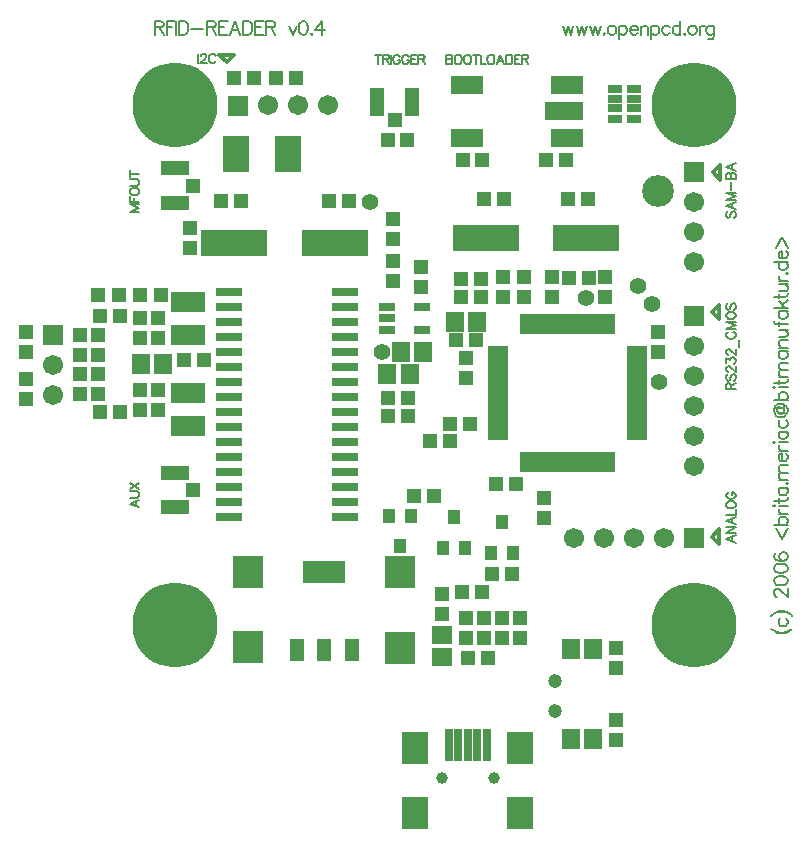
<source format=gbr>
%FSLAX23Y23*%
%MOIN*%
G70*
G01*
G75*
G04 Layer_Color=8388736*
G04 Layer_Color=8388736*
%ADD10C,0.089*%
%ADD11R,0.031X0.039*%
%ADD12R,0.012X0.059*%
%ADD13R,0.059X0.012*%
%ADD14R,0.043X0.039*%
%ADD15R,0.039X0.043*%
%ADD16R,0.087X0.043*%
%ADD17R,0.039X0.039*%
%ADD18R,0.043X0.087*%
%ADD19C,0.047*%
%ADD20R,0.079X0.098*%
%ADD21R,0.098X0.055*%
%ADD22R,0.118X0.055*%
%ADD23R,0.020X0.098*%
%ADD24R,0.039X0.024*%
%ADD25R,0.039X0.020*%
%ADD26R,0.051X0.059*%
%ADD27R,0.094X0.102*%
%ADD28R,0.079X0.020*%
%ADD29R,0.217X0.079*%
%ADD30R,0.059X0.051*%
%ADD31R,0.134X0.069*%
%ADD32R,0.041X0.069*%
%ADD33R,0.041X0.069*%
%ADD34R,0.047X0.024*%
%ADD35R,0.106X0.063*%
%ADD36R,0.079X0.114*%
%ADD37C,0.020*%
%ADD38C,0.012*%
%ADD39C,0.039*%
%ADD40C,0.008*%
%ADD41R,2.402X0.089*%
%ADD42R,0.089X2.411*%
%ADD43R,0.089X1.191*%
%ADD44C,0.098*%
%ADD45R,0.059X0.059*%
%ADD46C,0.059*%
%ADD47C,0.031*%
%ADD48C,0.039*%
%ADD49C,0.276*%
%ADD50C,0.035*%
%ADD51R,0.039X0.098*%
%ADD52C,0.010*%
%ADD53C,0.010*%
%ADD54R,0.039X0.047*%
%ADD55R,0.020X0.067*%
%ADD56R,0.067X0.020*%
%ADD57R,0.051X0.047*%
%ADD58R,0.047X0.051*%
%ADD59R,0.094X0.051*%
%ADD60R,0.047X0.047*%
%ADD61R,0.051X0.094*%
%ADD62C,0.055*%
%ADD63R,0.087X0.106*%
%ADD64R,0.126X0.063*%
%ADD65R,0.028X0.106*%
%ADD66R,0.047X0.031*%
%ADD67R,0.047X0.028*%
%ADD68R,0.059X0.067*%
%ADD69R,0.102X0.110*%
%ADD70R,0.087X0.028*%
%ADD71R,0.224X0.087*%
%ADD72R,0.067X0.059*%
%ADD73R,0.142X0.077*%
%ADD74R,0.049X0.077*%
%ADD75R,0.049X0.077*%
%ADD76R,0.055X0.031*%
%ADD77R,0.114X0.071*%
%ADD78R,0.087X0.122*%
%ADD79C,0.106*%
%ADD80R,0.067X0.067*%
%ADD81C,0.067*%
%ADD82C,0.283*%
D19*
X1977Y423D02*
D03*
Y523D02*
D03*
D35*
X1685Y2510D02*
D03*
X2016D02*
D03*
X1685Y2333D02*
D03*
X2016D02*
D03*
D38*
X2504Y2218D02*
X2528Y2241D01*
X2504Y2218D02*
X2528Y2194D01*
Y2241D01*
X858Y2608D02*
X906D01*
X882Y2585D02*
X906Y2608D01*
X858D02*
X882Y2585D01*
X2524Y980D02*
Y1028D01*
X2500Y1004D02*
X2524Y980D01*
X2500Y1004D02*
X2524Y1028D01*
Y1728D02*
Y1776D01*
X2500Y1752D02*
X2524Y1728D01*
X2500Y1752D02*
X2524Y1776D01*
D40*
X788Y2613D02*
Y2582D01*
X796Y2606D02*
Y2607D01*
X798Y2610D01*
X799Y2612D01*
X802Y2613D01*
X808D01*
X811Y2612D01*
X813Y2610D01*
X814Y2607D01*
Y2604D01*
X813Y2601D01*
X810Y2597D01*
X795Y2582D01*
X816D01*
X846Y2606D02*
X844Y2609D01*
X841Y2612D01*
X838Y2613D01*
X832D01*
X829Y2612D01*
X826Y2609D01*
X825Y2606D01*
X823Y2601D01*
Y2594D01*
X825Y2589D01*
X826Y2586D01*
X829Y2583D01*
X832Y2582D01*
X838D01*
X841Y2583D01*
X844Y2586D01*
X846Y2589D01*
X1614Y2610D02*
Y2579D01*
Y2610D02*
X1628D01*
X1632Y2609D01*
X1634Y2607D01*
X1635Y2604D01*
Y2601D01*
X1634Y2598D01*
X1632Y2597D01*
X1628Y2595D01*
X1614D02*
X1628D01*
X1632Y2594D01*
X1634Y2592D01*
X1635Y2589D01*
Y2585D01*
X1634Y2582D01*
X1632Y2580D01*
X1628Y2579D01*
X1614D01*
X1651Y2610D02*
X1648Y2609D01*
X1645Y2606D01*
X1644Y2603D01*
X1642Y2598D01*
Y2591D01*
X1644Y2586D01*
X1645Y2583D01*
X1648Y2580D01*
X1651Y2579D01*
X1657D01*
X1660Y2580D01*
X1663Y2583D01*
X1665Y2586D01*
X1666Y2591D01*
Y2598D01*
X1665Y2603D01*
X1663Y2606D01*
X1660Y2609D01*
X1657Y2610D01*
X1651D01*
X1683D02*
X1680Y2609D01*
X1677Y2606D01*
X1675Y2603D01*
X1674Y2598D01*
Y2591D01*
X1675Y2586D01*
X1677Y2583D01*
X1680Y2580D01*
X1683Y2579D01*
X1689D01*
X1692Y2580D01*
X1695Y2583D01*
X1696Y2586D01*
X1698Y2591D01*
Y2598D01*
X1696Y2603D01*
X1695Y2606D01*
X1692Y2609D01*
X1689Y2610D01*
X1683D01*
X1715D02*
Y2579D01*
X1705Y2610D02*
X1726D01*
X1730D02*
Y2579D01*
X1748D01*
X1760Y2610D02*
X1757Y2609D01*
X1754Y2606D01*
X1753Y2603D01*
X1751Y2598D01*
Y2591D01*
X1753Y2586D01*
X1754Y2583D01*
X1757Y2580D01*
X1760Y2579D01*
X1766D01*
X1769Y2580D01*
X1772Y2583D01*
X1774Y2586D01*
X1775Y2591D01*
Y2598D01*
X1774Y2603D01*
X1772Y2606D01*
X1769Y2609D01*
X1766Y2610D01*
X1760D01*
X1806Y2579D02*
X1794Y2610D01*
X1782Y2579D01*
X1787Y2589D02*
X1802D01*
X1814Y2610D02*
Y2579D01*
Y2610D02*
X1824D01*
X1829Y2609D01*
X1832Y2606D01*
X1833Y2603D01*
X1835Y2598D01*
Y2591D01*
X1833Y2586D01*
X1832Y2583D01*
X1829Y2580D01*
X1824Y2579D01*
X1814D01*
X1861Y2610D02*
X1842D01*
Y2579D01*
X1861D01*
X1842Y2595D02*
X1854D01*
X1867Y2610D02*
Y2579D01*
Y2610D02*
X1880D01*
X1885Y2609D01*
X1886Y2607D01*
X1888Y2604D01*
Y2601D01*
X1886Y2598D01*
X1885Y2597D01*
X1880Y2595D01*
X1867D01*
X1877D02*
X1888Y2579D01*
X591Y1126D02*
X559Y1114D01*
X591Y1102D01*
X580Y1107D02*
Y1122D01*
X559Y1134D02*
X582D01*
X586Y1135D01*
X589Y1138D01*
X591Y1143D01*
Y1146D01*
X589Y1150D01*
X586Y1153D01*
X582Y1155D01*
X559D01*
Y1163D02*
X591Y1184D01*
X559D02*
X591Y1163D01*
X559Y2087D02*
X591D01*
X559D02*
X591Y2099D01*
X559Y2111D02*
X591Y2099D01*
X559Y2111D02*
X591D01*
X559Y2120D02*
X591D01*
X559D02*
Y2139D01*
X574Y2120D02*
Y2132D01*
X559Y2152D02*
X561Y2149D01*
X564Y2146D01*
X567Y2144D01*
X571Y2143D01*
X579D01*
X583Y2144D01*
X586Y2146D01*
X589Y2149D01*
X591Y2152D01*
Y2158D01*
X589Y2161D01*
X586Y2164D01*
X583Y2165D01*
X579Y2167D01*
X571D01*
X567Y2165D01*
X564Y2164D01*
X561Y2161D01*
X559Y2158D01*
Y2152D01*
Y2174D02*
X582D01*
X586Y2176D01*
X589Y2179D01*
X591Y2183D01*
Y2186D01*
X589Y2191D01*
X586Y2194D01*
X582Y2195D01*
X559D01*
Y2214D02*
X591D01*
X559Y2204D02*
Y2225D01*
X2552Y2088D02*
X2549Y2085D01*
X2547Y2080D01*
Y2074D01*
X2549Y2070D01*
X2552Y2067D01*
X2555D01*
X2558Y2068D01*
X2559Y2070D01*
X2561Y2073D01*
X2564Y2082D01*
X2565Y2085D01*
X2567Y2086D01*
X2570Y2088D01*
X2574D01*
X2577Y2085D01*
X2579Y2080D01*
Y2074D01*
X2577Y2070D01*
X2574Y2067D01*
X2579Y2119D02*
X2547Y2107D01*
X2579Y2095D01*
X2568Y2099D02*
Y2114D01*
X2547Y2126D02*
X2579D01*
X2547D02*
X2579Y2138D01*
X2547Y2150D02*
X2579Y2138D01*
X2547Y2150D02*
X2579D01*
X2565Y2159D02*
Y2186D01*
X2547Y2196D02*
X2579D01*
X2547D02*
Y2209D01*
X2549Y2214D01*
X2550Y2215D01*
X2553Y2217D01*
X2556D01*
X2559Y2215D01*
X2561Y2214D01*
X2562Y2209D01*
Y2196D02*
Y2209D01*
X2564Y2214D01*
X2565Y2215D01*
X2568Y2217D01*
X2573D01*
X2576Y2215D01*
X2577Y2214D01*
X2579Y2209D01*
Y2196D01*
Y2248D02*
X2547Y2236D01*
X2579Y2224D01*
X2568Y2228D02*
Y2243D01*
X1388Y2610D02*
Y2579D01*
X1378Y2610D02*
X1399D01*
X1403D02*
Y2579D01*
Y2610D02*
X1416D01*
X1421Y2609D01*
X1422Y2607D01*
X1424Y2604D01*
Y2601D01*
X1422Y2598D01*
X1421Y2597D01*
X1416Y2595D01*
X1403D01*
X1413D02*
X1424Y2579D01*
X1431Y2610D02*
Y2579D01*
X1460Y2603D02*
X1458Y2606D01*
X1455Y2609D01*
X1452Y2610D01*
X1446D01*
X1443Y2609D01*
X1440Y2606D01*
X1439Y2603D01*
X1437Y2598D01*
Y2591D01*
X1439Y2586D01*
X1440Y2583D01*
X1443Y2580D01*
X1446Y2579D01*
X1452D01*
X1455Y2580D01*
X1458Y2583D01*
X1460Y2586D01*
Y2591D01*
X1452D02*
X1460D01*
X1490Y2603D02*
X1488Y2606D01*
X1485Y2609D01*
X1482Y2610D01*
X1476D01*
X1473Y2609D01*
X1470Y2606D01*
X1469Y2603D01*
X1467Y2598D01*
Y2591D01*
X1469Y2586D01*
X1470Y2583D01*
X1473Y2580D01*
X1476Y2579D01*
X1482D01*
X1485Y2580D01*
X1488Y2583D01*
X1490Y2586D01*
Y2591D01*
X1482D02*
X1490D01*
X1516Y2610D02*
X1497D01*
Y2579D01*
X1516D01*
X1497Y2595D02*
X1509D01*
X1521Y2610D02*
Y2579D01*
Y2610D02*
X1535D01*
X1539Y2609D01*
X1541Y2607D01*
X1542Y2604D01*
Y2601D01*
X1541Y2598D01*
X1539Y2597D01*
X1535Y2595D01*
X1521D01*
X1532D02*
X1542Y2579D01*
X2547Y1496D02*
X2579D01*
X2547D02*
Y1510D01*
X2549Y1514D01*
X2550Y1516D01*
X2553Y1517D01*
X2556D01*
X2559Y1516D01*
X2561Y1514D01*
X2562Y1510D01*
Y1496D01*
Y1507D02*
X2579Y1517D01*
X2552Y1545D02*
X2549Y1542D01*
X2547Y1538D01*
Y1532D01*
X2549Y1527D01*
X2552Y1524D01*
X2555D01*
X2558Y1526D01*
X2559Y1527D01*
X2561Y1530D01*
X2564Y1539D01*
X2565Y1542D01*
X2567Y1544D01*
X2570Y1545D01*
X2574D01*
X2577Y1542D01*
X2579Y1538D01*
Y1532D01*
X2577Y1527D01*
X2574Y1524D01*
X2555Y1554D02*
X2553D01*
X2550Y1555D01*
X2549Y1557D01*
X2547Y1560D01*
Y1566D01*
X2549Y1569D01*
X2550Y1570D01*
X2553Y1572D01*
X2556D01*
X2559Y1570D01*
X2564Y1567D01*
X2579Y1552D01*
Y1573D01*
X2547Y1583D02*
Y1600D01*
X2559Y1591D01*
Y1595D01*
X2561Y1598D01*
X2562Y1600D01*
X2567Y1601D01*
X2570D01*
X2574Y1600D01*
X2577Y1597D01*
X2579Y1592D01*
Y1588D01*
X2577Y1583D01*
X2576Y1582D01*
X2573Y1580D01*
X2555Y1610D02*
X2553D01*
X2550Y1611D01*
X2549Y1613D01*
X2547Y1616D01*
Y1622D01*
X2549Y1625D01*
X2550Y1626D01*
X2553Y1628D01*
X2556D01*
X2559Y1626D01*
X2564Y1623D01*
X2579Y1608D01*
Y1629D01*
X2589Y1636D02*
Y1660D01*
X2555Y1687D02*
X2552Y1685D01*
X2549Y1682D01*
X2547Y1679D01*
Y1673D01*
X2549Y1670D01*
X2552Y1667D01*
X2555Y1666D01*
X2559Y1664D01*
X2567D01*
X2571Y1666D01*
X2574Y1667D01*
X2577Y1670D01*
X2579Y1673D01*
Y1679D01*
X2577Y1682D01*
X2574Y1685D01*
X2571Y1687D01*
X2547Y1696D02*
X2579D01*
X2547D02*
X2579Y1708D01*
X2547Y1720D02*
X2579Y1708D01*
X2547Y1720D02*
X2579D01*
X2547Y1738D02*
X2549Y1735D01*
X2552Y1732D01*
X2555Y1730D01*
X2559Y1729D01*
X2567D01*
X2571Y1730D01*
X2574Y1732D01*
X2577Y1735D01*
X2579Y1738D01*
Y1744D01*
X2577Y1747D01*
X2574Y1750D01*
X2571Y1751D01*
X2567Y1753D01*
X2559D01*
X2555Y1751D01*
X2552Y1750D01*
X2549Y1747D01*
X2547Y1744D01*
Y1738D01*
X2552Y1781D02*
X2549Y1778D01*
X2547Y1773D01*
Y1767D01*
X2549Y1763D01*
X2552Y1760D01*
X2555D01*
X2558Y1761D01*
X2559Y1763D01*
X2561Y1766D01*
X2564Y1775D01*
X2565Y1778D01*
X2567Y1779D01*
X2570Y1781D01*
X2574D01*
X2577Y1778D01*
X2579Y1773D01*
Y1767D01*
X2577Y1763D01*
X2574Y1760D01*
X2579Y1008D02*
X2547Y996D01*
X2579Y984D01*
X2568Y989D02*
Y1004D01*
X2547Y1016D02*
X2579D01*
X2547D02*
X2579Y1037D01*
X2547D02*
X2579D01*
Y1069D02*
X2547Y1057D01*
X2579Y1045D01*
X2568Y1050D02*
Y1065D01*
X2547Y1077D02*
X2579D01*
Y1095D01*
X2547Y1107D02*
X2549Y1104D01*
X2552Y1101D01*
X2555Y1100D01*
X2559Y1098D01*
X2567D01*
X2571Y1100D01*
X2574Y1101D01*
X2577Y1104D01*
X2579Y1107D01*
Y1113D01*
X2577Y1116D01*
X2574Y1119D01*
X2571Y1121D01*
X2567Y1122D01*
X2559D01*
X2555Y1121D01*
X2552Y1119D01*
X2549Y1116D01*
X2547Y1113D01*
Y1107D01*
X2555Y1152D02*
X2552Y1150D01*
X2549Y1147D01*
X2547Y1144D01*
Y1138D01*
X2549Y1135D01*
X2552Y1132D01*
X2555Y1131D01*
X2559Y1129D01*
X2567D01*
X2571Y1131D01*
X2574Y1132D01*
X2577Y1135D01*
X2579Y1138D01*
Y1144D01*
X2577Y1147D01*
X2574Y1150D01*
X2571Y1152D01*
X2567D01*
Y1144D02*
Y1152D01*
X2698Y696D02*
X2702Y692D01*
X2709Y688D01*
X2717Y683D01*
X2728Y681D01*
X2737D01*
X2748Y683D01*
X2756Y688D01*
X2763Y692D01*
X2767Y696D01*
X2702Y692D02*
X2711Y688D01*
X2717Y685D01*
X2728Y683D01*
X2737D01*
X2748Y685D01*
X2754Y688D01*
X2763Y692D01*
X2728Y731D02*
X2724Y726D01*
X2722Y722D01*
Y716D01*
X2724Y711D01*
X2728Y707D01*
X2735Y705D01*
X2739D01*
X2746Y707D01*
X2750Y711D01*
X2752Y716D01*
Y722D01*
X2750Y726D01*
X2746Y731D01*
X2698Y740D02*
X2702Y745D01*
X2709Y749D01*
X2717Y753D01*
X2728Y755D01*
X2737D01*
X2748Y753D01*
X2756Y749D01*
X2763Y745D01*
X2767Y740D01*
X2702Y745D02*
X2711Y749D01*
X2717Y751D01*
X2728Y753D01*
X2737D01*
X2748Y751D01*
X2754Y749D01*
X2763Y745D01*
X2717Y804D02*
X2715D01*
X2711Y806D01*
X2709Y808D01*
X2707Y813D01*
Y821D01*
X2709Y826D01*
X2711Y828D01*
X2715Y830D01*
X2720D01*
X2724Y828D01*
X2730Y824D01*
X2752Y802D01*
Y832D01*
X2707Y855D02*
X2709Y849D01*
X2715Y844D01*
X2726Y842D01*
X2733D01*
X2743Y844D01*
X2750Y849D01*
X2752Y855D01*
Y860D01*
X2750Y866D01*
X2743Y870D01*
X2733Y873D01*
X2726D01*
X2715Y870D01*
X2709Y866D01*
X2707Y860D01*
Y855D01*
Y896D02*
X2709Y889D01*
X2715Y885D01*
X2726Y883D01*
X2733D01*
X2743Y885D01*
X2750Y889D01*
X2752Y896D01*
Y900D01*
X2750Y906D01*
X2743Y911D01*
X2733Y913D01*
X2726D01*
X2715Y911D01*
X2709Y906D01*
X2707Y900D01*
Y896D01*
X2713Y949D02*
X2709Y947D01*
X2707Y940D01*
Y936D01*
X2709Y929D01*
X2715Y925D01*
X2726Y923D01*
X2737D01*
X2746Y925D01*
X2750Y929D01*
X2752Y936D01*
Y938D01*
X2750Y945D01*
X2746Y949D01*
X2739Y951D01*
X2737D01*
X2730Y949D01*
X2726Y945D01*
X2724Y938D01*
Y936D01*
X2726Y929D01*
X2730Y925D01*
X2737Y923D01*
X2713Y1031D02*
X2733Y996D01*
X2752Y1031D01*
X2707Y1044D02*
X2752D01*
X2728D02*
X2724Y1048D01*
X2722Y1052D01*
Y1059D01*
X2724Y1063D01*
X2728Y1068D01*
X2735Y1070D01*
X2739D01*
X2746Y1068D01*
X2750Y1063D01*
X2752Y1059D01*
Y1052D01*
X2750Y1048D01*
X2746Y1044D01*
X2722Y1079D02*
X2752D01*
X2735D02*
X2728Y1082D01*
X2724Y1086D01*
X2722Y1090D01*
Y1097D01*
X2707Y1105D02*
X2709Y1107D01*
X2707Y1109D01*
X2705Y1107D01*
X2707Y1105D01*
X2722Y1107D02*
X2752D01*
X2707Y1124D02*
X2743D01*
X2750Y1126D01*
X2752Y1130D01*
Y1135D01*
X2722Y1117D02*
Y1132D01*
Y1167D02*
X2752D01*
X2728D02*
X2724Y1163D01*
X2722Y1158D01*
Y1152D01*
X2724Y1148D01*
X2728Y1143D01*
X2735Y1141D01*
X2739D01*
X2746Y1143D01*
X2750Y1148D01*
X2752Y1152D01*
Y1158D01*
X2750Y1163D01*
X2746Y1167D01*
X2748Y1181D02*
X2750Y1179D01*
X2752Y1181D01*
X2750Y1183D01*
X2748Y1181D01*
X2722Y1193D02*
X2752D01*
X2730D02*
X2724Y1200D01*
X2722Y1204D01*
Y1210D01*
X2724Y1215D01*
X2730Y1217D01*
X2752D01*
X2730D02*
X2724Y1223D01*
X2722Y1228D01*
Y1234D01*
X2724Y1239D01*
X2730Y1241D01*
X2752D01*
X2735Y1255D02*
Y1281D01*
X2730D01*
X2726Y1279D01*
X2724Y1276D01*
X2722Y1272D01*
Y1266D01*
X2724Y1261D01*
X2728Y1257D01*
X2735Y1255D01*
X2739D01*
X2746Y1257D01*
X2750Y1261D01*
X2752Y1266D01*
Y1272D01*
X2750Y1276D01*
X2746Y1281D01*
X2722Y1290D02*
X2752D01*
X2735D02*
X2728Y1293D01*
X2724Y1297D01*
X2722Y1301D01*
Y1308D01*
X2707Y1316D02*
X2709Y1318D01*
X2707Y1320D01*
X2705Y1318D01*
X2707Y1316D01*
X2722Y1318D02*
X2752D01*
X2722Y1354D02*
X2752D01*
X2728D02*
X2724Y1350D01*
X2722Y1346D01*
Y1339D01*
X2724Y1335D01*
X2728Y1331D01*
X2735Y1328D01*
X2739D01*
X2746Y1331D01*
X2750Y1335D01*
X2752Y1339D01*
Y1346D01*
X2750Y1350D01*
X2746Y1354D01*
X2728Y1392D02*
X2724Y1388D01*
X2722Y1384D01*
Y1377D01*
X2724Y1373D01*
X2728Y1368D01*
X2735Y1366D01*
X2739D01*
X2746Y1368D01*
X2750Y1373D01*
X2752Y1377D01*
Y1384D01*
X2750Y1388D01*
X2746Y1392D01*
X2724Y1434D02*
X2720Y1432D01*
X2717Y1428D01*
Y1421D01*
X2720Y1417D01*
X2722Y1415D01*
X2728Y1413D01*
X2735D01*
X2739Y1415D01*
X2741Y1419D01*
Y1426D01*
X2739Y1430D01*
X2735Y1432D01*
X2717Y1421D02*
X2722Y1417D01*
X2728Y1415D01*
X2735D01*
X2739Y1417D01*
X2741Y1419D01*
X2717Y1434D02*
X2735Y1432D01*
X2739D01*
X2741Y1436D01*
Y1441D01*
X2737Y1445D01*
X2730Y1447D01*
X2726D01*
X2720Y1445D01*
X2715Y1443D01*
X2711Y1439D01*
X2709Y1434D01*
X2707Y1428D01*
Y1421D01*
X2709Y1415D01*
X2711Y1411D01*
X2715Y1406D01*
X2720Y1404D01*
X2726Y1402D01*
X2733D01*
X2739Y1404D01*
X2743Y1406D01*
X2748Y1411D01*
X2750Y1415D01*
X2752Y1421D01*
Y1428D01*
X2750Y1434D01*
X2748Y1439D01*
X2746Y1441D01*
X2717Y1436D02*
X2735Y1434D01*
X2739D01*
X2741Y1436D01*
X2707Y1459D02*
X2752D01*
X2728D02*
X2724Y1463D01*
X2722Y1467D01*
Y1474D01*
X2724Y1478D01*
X2728Y1483D01*
X2735Y1485D01*
X2739D01*
X2746Y1483D01*
X2750Y1478D01*
X2752Y1474D01*
Y1467D01*
X2750Y1463D01*
X2746Y1459D01*
X2707Y1499D02*
X2709Y1501D01*
X2707Y1503D01*
X2705Y1501D01*
X2707Y1499D01*
X2722Y1501D02*
X2752D01*
X2707Y1517D02*
X2743D01*
X2750Y1520D01*
X2752Y1524D01*
Y1528D01*
X2722Y1511D02*
Y1526D01*
Y1535D02*
X2752D01*
X2730D02*
X2724Y1541D01*
X2722Y1545D01*
Y1552D01*
X2724Y1556D01*
X2730Y1558D01*
X2752D01*
X2730D02*
X2724Y1565D01*
X2722Y1569D01*
Y1576D01*
X2724Y1580D01*
X2730Y1582D01*
X2752D01*
X2722Y1622D02*
X2752D01*
X2728D02*
X2724Y1618D01*
X2722Y1614D01*
Y1607D01*
X2724Y1603D01*
X2728Y1598D01*
X2735Y1596D01*
X2739D01*
X2746Y1598D01*
X2750Y1603D01*
X2752Y1607D01*
Y1614D01*
X2750Y1618D01*
X2746Y1622D01*
X2722Y1634D02*
X2752D01*
X2730D02*
X2724Y1641D01*
X2722Y1645D01*
Y1652D01*
X2724Y1656D01*
X2730Y1658D01*
X2752D01*
X2722Y1670D02*
X2743D01*
X2750Y1672D01*
X2752Y1676D01*
Y1683D01*
X2750Y1687D01*
X2743Y1694D01*
X2722D02*
X2752D01*
X2707Y1723D02*
Y1718D01*
X2709Y1714D01*
X2715Y1712D01*
X2752D01*
X2722Y1705D02*
Y1720D01*
Y1755D02*
X2752D01*
X2728D02*
X2724Y1751D01*
X2722Y1746D01*
Y1740D01*
X2724Y1736D01*
X2728Y1731D01*
X2735Y1729D01*
X2739D01*
X2746Y1731D01*
X2750Y1736D01*
X2752Y1740D01*
Y1746D01*
X2750Y1751D01*
X2746Y1755D01*
X2707Y1767D02*
X2752D01*
X2722Y1789D02*
X2743Y1767D01*
X2735Y1776D02*
X2752Y1791D01*
X2707Y1804D02*
X2743D01*
X2750Y1806D01*
X2752Y1811D01*
Y1815D01*
X2722Y1798D02*
Y1813D01*
Y1822D02*
X2743D01*
X2750Y1824D01*
X2752Y1828D01*
Y1835D01*
X2750Y1839D01*
X2743Y1845D01*
X2722D02*
X2752D01*
X2722Y1857D02*
X2752D01*
X2735D02*
X2728Y1859D01*
X2724Y1864D01*
X2722Y1868D01*
Y1874D01*
X2748Y1881D02*
X2750Y1878D01*
X2752Y1881D01*
X2750Y1883D01*
X2748Y1881D01*
X2707Y1919D02*
X2752D01*
X2728D02*
X2724Y1914D01*
X2722Y1910D01*
Y1903D01*
X2724Y1899D01*
X2728Y1895D01*
X2735Y1893D01*
X2739D01*
X2746Y1895D01*
X2750Y1899D01*
X2752Y1903D01*
Y1910D01*
X2750Y1914D01*
X2746Y1919D01*
X2735Y1931D02*
Y1957D01*
X2730D01*
X2726Y1954D01*
X2724Y1952D01*
X2722Y1948D01*
Y1941D01*
X2724Y1937D01*
X2728Y1933D01*
X2735Y1931D01*
X2739D01*
X2746Y1933D01*
X2750Y1937D01*
X2752Y1941D01*
Y1948D01*
X2750Y1952D01*
X2746Y1957D01*
X2713Y1966D02*
X2733Y2001D01*
X2752Y1966D01*
X642Y2722D02*
Y2677D01*
Y2722D02*
X661D01*
X668Y2720D01*
X670Y2718D01*
X672Y2714D01*
Y2709D01*
X670Y2705D01*
X668Y2703D01*
X661Y2701D01*
X642D01*
X657D02*
X672Y2677D01*
X682Y2722D02*
Y2677D01*
Y2722D02*
X710D01*
X682Y2701D02*
X699D01*
X715Y2722D02*
Y2677D01*
X725Y2722D02*
Y2677D01*
Y2722D02*
X740D01*
X746Y2720D01*
X751Y2716D01*
X753Y2712D01*
X755Y2705D01*
Y2694D01*
X753Y2688D01*
X751Y2684D01*
X746Y2679D01*
X740Y2677D01*
X725D01*
X765Y2697D02*
X804D01*
X817Y2722D02*
Y2677D01*
Y2722D02*
X837D01*
X843Y2720D01*
X845Y2718D01*
X847Y2714D01*
Y2709D01*
X845Y2705D01*
X843Y2703D01*
X837Y2701D01*
X817D01*
X832D02*
X847Y2677D01*
X886Y2722D02*
X858D01*
Y2677D01*
X886D01*
X858Y2701D02*
X875D01*
X928Y2677D02*
X910Y2722D01*
X893Y2677D01*
X900Y2692D02*
X921D01*
X938Y2722D02*
Y2677D01*
Y2722D02*
X953D01*
X960Y2720D01*
X964Y2716D01*
X966Y2712D01*
X968Y2705D01*
Y2694D01*
X966Y2688D01*
X964Y2684D01*
X960Y2679D01*
X953Y2677D01*
X938D01*
X1006Y2722D02*
X978D01*
Y2677D01*
X1006D01*
X978Y2701D02*
X996D01*
X1014Y2722D02*
Y2677D01*
Y2722D02*
X1033D01*
X1040Y2720D01*
X1042Y2718D01*
X1044Y2714D01*
Y2709D01*
X1042Y2705D01*
X1040Y2703D01*
X1033Y2701D01*
X1014D01*
X1029D02*
X1044Y2677D01*
X1090Y2707D02*
X1103Y2677D01*
X1116Y2707D02*
X1103Y2677D01*
X1136Y2722D02*
X1130Y2720D01*
X1125Y2714D01*
X1123Y2703D01*
Y2697D01*
X1125Y2686D01*
X1130Y2679D01*
X1136Y2677D01*
X1140D01*
X1147Y2679D01*
X1151Y2686D01*
X1153Y2697D01*
Y2703D01*
X1151Y2714D01*
X1147Y2720D01*
X1140Y2722D01*
X1136D01*
X1166Y2681D02*
X1163Y2679D01*
X1166Y2677D01*
X1168Y2679D01*
X1166Y2681D01*
X1199Y2722D02*
X1178Y2692D01*
X1210D01*
X1199Y2722D02*
Y2677D01*
X2004Y2707D02*
X2013Y2677D01*
X2021Y2707D02*
X2013Y2677D01*
X2021Y2707D02*
X2030Y2677D01*
X2038Y2707D02*
X2030Y2677D01*
X2049Y2707D02*
X2058Y2677D01*
X2066Y2707D02*
X2058Y2677D01*
X2066Y2707D02*
X2075Y2677D01*
X2083Y2707D02*
X2075Y2677D01*
X2094Y2707D02*
X2103Y2677D01*
X2111Y2707D02*
X2103Y2677D01*
X2111Y2707D02*
X2120Y2677D01*
X2129Y2707D02*
X2120Y2677D01*
X2141Y2681D02*
X2139Y2679D01*
X2141Y2677D01*
X2143Y2679D01*
X2141Y2681D01*
X2164Y2707D02*
X2160Y2705D01*
X2155Y2701D01*
X2153Y2694D01*
Y2690D01*
X2155Y2684D01*
X2160Y2679D01*
X2164Y2677D01*
X2171D01*
X2175Y2679D01*
X2179Y2684D01*
X2181Y2690D01*
Y2694D01*
X2179Y2701D01*
X2175Y2705D01*
X2171Y2707D01*
X2164D01*
X2191D02*
Y2662D01*
Y2701D02*
X2196Y2705D01*
X2200Y2707D01*
X2206D01*
X2211Y2705D01*
X2215Y2701D01*
X2217Y2694D01*
Y2690D01*
X2215Y2684D01*
X2211Y2679D01*
X2206Y2677D01*
X2200D01*
X2196Y2679D01*
X2191Y2684D01*
X2227Y2694D02*
X2253D01*
Y2699D01*
X2251Y2703D01*
X2248Y2705D01*
X2244Y2707D01*
X2238D01*
X2233Y2705D01*
X2229Y2701D01*
X2227Y2694D01*
Y2690D01*
X2229Y2684D01*
X2233Y2679D01*
X2238Y2677D01*
X2244D01*
X2248Y2679D01*
X2253Y2684D01*
X2262Y2707D02*
Y2677D01*
Y2699D02*
X2269Y2705D01*
X2273Y2707D01*
X2280D01*
X2284Y2705D01*
X2286Y2699D01*
Y2677D01*
X2298Y2707D02*
Y2662D01*
Y2701D02*
X2302Y2705D01*
X2307Y2707D01*
X2313D01*
X2317Y2705D01*
X2322Y2701D01*
X2324Y2694D01*
Y2690D01*
X2322Y2684D01*
X2317Y2679D01*
X2313Y2677D01*
X2307D01*
X2302Y2679D01*
X2298Y2684D01*
X2359Y2701D02*
X2355Y2705D01*
X2351Y2707D01*
X2344D01*
X2340Y2705D01*
X2336Y2701D01*
X2334Y2694D01*
Y2690D01*
X2336Y2684D01*
X2340Y2679D01*
X2344Y2677D01*
X2351D01*
X2355Y2679D01*
X2359Y2684D01*
X2395Y2722D02*
Y2677D01*
Y2701D02*
X2391Y2705D01*
X2386Y2707D01*
X2380D01*
X2376Y2705D01*
X2371Y2701D01*
X2369Y2694D01*
Y2690D01*
X2371Y2684D01*
X2376Y2679D01*
X2380Y2677D01*
X2386D01*
X2391Y2679D01*
X2395Y2684D01*
X2409Y2681D02*
X2407Y2679D01*
X2409Y2677D01*
X2411Y2679D01*
X2409Y2681D01*
X2432Y2707D02*
X2428Y2705D01*
X2423Y2701D01*
X2421Y2694D01*
Y2690D01*
X2423Y2684D01*
X2428Y2679D01*
X2432Y2677D01*
X2438D01*
X2443Y2679D01*
X2447Y2684D01*
X2449Y2690D01*
Y2694D01*
X2447Y2701D01*
X2443Y2705D01*
X2438Y2707D01*
X2432D01*
X2459D02*
Y2677D01*
Y2694D02*
X2461Y2701D01*
X2466Y2705D01*
X2470Y2707D01*
X2476D01*
X2506D02*
Y2673D01*
X2504Y2666D01*
X2502Y2664D01*
X2498Y2662D01*
X2491D01*
X2487Y2664D01*
X2506Y2701D02*
X2502Y2705D01*
X2498Y2707D01*
X2491D01*
X2487Y2705D01*
X2483Y2701D01*
X2481Y2694D01*
Y2690D01*
X2483Y2684D01*
X2487Y2679D01*
X2491Y2677D01*
X2498D01*
X2502Y2679D01*
X2506Y2684D01*
D48*
X1599Y199D02*
D03*
X1772D02*
D03*
D54*
X1497Y1074D02*
D03*
X1423D02*
D03*
X1460Y972D02*
D03*
X1763Y949D02*
D03*
X1800Y1051D02*
D03*
X1837Y949D02*
D03*
X1639Y1069D02*
D03*
X1676Y967D02*
D03*
X1602D02*
D03*
D55*
X1910Y1252D02*
D03*
X1949D02*
D03*
X1871D02*
D03*
X1890D02*
D03*
X1969D02*
D03*
X2008D02*
D03*
X2067D02*
D03*
X2087D02*
D03*
X2067Y1713D02*
D03*
X2048D02*
D03*
X2028D02*
D03*
X2008D02*
D03*
X1989D02*
D03*
X1969D02*
D03*
X1949D02*
D03*
X1930D02*
D03*
X1910D02*
D03*
X1890D02*
D03*
X1871D02*
D03*
X2107D02*
D03*
X2126Y1252D02*
D03*
X2107D02*
D03*
X2028D02*
D03*
X2048D02*
D03*
X2166D02*
D03*
X2146D02*
D03*
X1989D02*
D03*
X1930D02*
D03*
X2146Y1713D02*
D03*
X2087D02*
D03*
X2166D02*
D03*
X2126D02*
D03*
D56*
X1788Y1374D02*
D03*
Y1492D02*
D03*
Y1512D02*
D03*
Y1354D02*
D03*
X2249Y1630D02*
D03*
Y1492D02*
D03*
Y1374D02*
D03*
X1788Y1335D02*
D03*
Y1473D02*
D03*
Y1453D02*
D03*
Y1532D02*
D03*
Y1551D02*
D03*
Y1571D02*
D03*
Y1591D02*
D03*
Y1610D02*
D03*
Y1414D02*
D03*
X2249Y1453D02*
D03*
Y1512D02*
D03*
Y1571D02*
D03*
Y1591D02*
D03*
X1788Y1630D02*
D03*
X2249Y1551D02*
D03*
Y1354D02*
D03*
X1788Y1433D02*
D03*
X2249D02*
D03*
Y1414D02*
D03*
X1788Y1394D02*
D03*
X2249Y1610D02*
D03*
Y1335D02*
D03*
Y1473D02*
D03*
Y1394D02*
D03*
Y1532D02*
D03*
D57*
X1767Y880D02*
D03*
X1507Y1140D02*
D03*
X1627Y1324D02*
D03*
X1573Y1140D02*
D03*
X1669Y2260D02*
D03*
X1735D02*
D03*
X973Y2531D02*
D03*
X907D02*
D03*
X1113D02*
D03*
X1047D02*
D03*
X2013Y2260D02*
D03*
X1419Y2325D02*
D03*
X1485D02*
D03*
X2022Y1866D02*
D03*
X2089D02*
D03*
X1560Y1324D02*
D03*
X1647Y1660D02*
D03*
X1663Y1804D02*
D03*
X1730D02*
D03*
X1488Y1407D02*
D03*
X1421D02*
D03*
X1730Y1864D02*
D03*
X1421Y1467D02*
D03*
X807Y1591D02*
D03*
X1289Y2121D02*
D03*
X1663Y1864D02*
D03*
X1488Y1467D02*
D03*
X740Y1591D02*
D03*
X1222Y2121D02*
D03*
X527Y1739D02*
D03*
Y1419D02*
D03*
X522Y1810D02*
D03*
X662D02*
D03*
X595D02*
D03*
X862Y2121D02*
D03*
X929D02*
D03*
X1947Y2260D02*
D03*
X1833Y880D02*
D03*
X2088Y2130D02*
D03*
X2021D02*
D03*
X1741D02*
D03*
X1808D02*
D03*
X1753Y600D02*
D03*
X1687D02*
D03*
X1733Y820D02*
D03*
X1667D02*
D03*
X1693Y1380D02*
D03*
X1627D02*
D03*
X1848Y1180D02*
D03*
X1781D02*
D03*
X455Y1810D02*
D03*
X460Y1739D02*
D03*
Y1419D02*
D03*
X1713Y1660D02*
D03*
D58*
X1680Y1533D02*
D03*
X1860Y733D02*
D03*
Y667D02*
D03*
X2180Y633D02*
D03*
Y327D02*
D03*
X653Y1425D02*
D03*
Y1492D02*
D03*
X1680Y1600D02*
D03*
X1802Y1868D02*
D03*
X1438Y1924D02*
D03*
Y1997D02*
D03*
X1802Y1801D02*
D03*
X1438Y2063D02*
D03*
X653Y1732D02*
D03*
X1438Y1857D02*
D03*
X1800Y733D02*
D03*
Y667D02*
D03*
X1680Y733D02*
D03*
Y667D02*
D03*
X1740Y733D02*
D03*
Y667D02*
D03*
X1600Y747D02*
D03*
Y813D02*
D03*
X1873Y1801D02*
D03*
Y1868D02*
D03*
X2145Y1801D02*
D03*
Y1868D02*
D03*
X1940Y1133D02*
D03*
Y1067D02*
D03*
X1966Y1801D02*
D03*
Y1868D02*
D03*
X2320Y1620D02*
D03*
Y1687D02*
D03*
X653Y1665D02*
D03*
X453Y1608D02*
D03*
Y1545D02*
D03*
Y1675D02*
D03*
Y1478D02*
D03*
X2180Y567D02*
D03*
Y393D02*
D03*
X760Y2033D02*
D03*
Y1967D02*
D03*
X215Y1463D02*
D03*
Y1530D02*
D03*
X393Y1478D02*
D03*
Y1545D02*
D03*
X593Y1425D02*
D03*
Y1492D02*
D03*
X1530Y1903D02*
D03*
Y1836D02*
D03*
X393Y1608D02*
D03*
Y1675D02*
D03*
X593Y1665D02*
D03*
Y1732D02*
D03*
X215Y1687D02*
D03*
Y1620D02*
D03*
D59*
X709Y1217D02*
D03*
Y1101D02*
D03*
Y2115D02*
D03*
Y2231D02*
D03*
D60*
X769Y1159D02*
D03*
Y2173D02*
D03*
X1443Y2393D02*
D03*
D61*
X1501Y2453D02*
D03*
X1385D02*
D03*
D62*
X2080Y1800D02*
D03*
X2300Y1780D02*
D03*
X1400Y1620D02*
D03*
X2252Y1839D02*
D03*
X1360Y2120D02*
D03*
X2323Y1520D02*
D03*
D63*
X1861Y83D02*
D03*
Y298D02*
D03*
X1510D02*
D03*
Y83D02*
D03*
D64*
X2006Y2421D02*
D03*
D65*
X1749Y309D02*
D03*
X1686D02*
D03*
X1654D02*
D03*
X1717D02*
D03*
X1623D02*
D03*
D66*
X2177Y2497D02*
D03*
Y2397D02*
D03*
X2240Y2497D02*
D03*
Y2397D02*
D03*
D67*
X2177Y2463D02*
D03*
Y2431D02*
D03*
X2240Y2463D02*
D03*
Y2431D02*
D03*
D68*
X2105Y328D02*
D03*
X2030D02*
D03*
X2105Y628D02*
D03*
X2030D02*
D03*
X1643Y1720D02*
D03*
X1417Y1547D02*
D03*
X670Y1579D02*
D03*
X596D02*
D03*
X1492Y1547D02*
D03*
X1717Y1720D02*
D03*
X1537Y1620D02*
D03*
X1463D02*
D03*
D69*
X1460Y886D02*
D03*
Y634D02*
D03*
X955Y887D02*
D03*
Y636D02*
D03*
D70*
X1276Y1568D02*
D03*
X889Y1468D02*
D03*
X1276Y1068D02*
D03*
Y1118D02*
D03*
Y1168D02*
D03*
Y1218D02*
D03*
Y1268D02*
D03*
Y1318D02*
D03*
Y1368D02*
D03*
Y1468D02*
D03*
Y1618D02*
D03*
Y1668D02*
D03*
Y1768D02*
D03*
X889Y1068D02*
D03*
Y1118D02*
D03*
Y1168D02*
D03*
Y1218D02*
D03*
Y1268D02*
D03*
Y1318D02*
D03*
Y1368D02*
D03*
Y1418D02*
D03*
Y1518D02*
D03*
Y1618D02*
D03*
Y1668D02*
D03*
Y1768D02*
D03*
Y1818D02*
D03*
X1276D02*
D03*
X889Y1568D02*
D03*
X1276Y1518D02*
D03*
Y1718D02*
D03*
Y1418D02*
D03*
X889Y1718D02*
D03*
D71*
X1243Y1981D02*
D03*
X908D02*
D03*
X2081Y2000D02*
D03*
X1747D02*
D03*
D72*
X1600Y677D02*
D03*
Y603D02*
D03*
D73*
X1208Y887D02*
D03*
D74*
X1299Y627D02*
D03*
X1208D02*
D03*
D75*
X1118Y627D02*
D03*
D76*
X1534Y1768D02*
D03*
Y1693D02*
D03*
X1416D02*
D03*
Y1731D02*
D03*
Y1768D02*
D03*
D77*
X753Y1787D02*
D03*
Y1677D02*
D03*
Y1374D02*
D03*
Y1484D02*
D03*
D78*
X914Y2280D02*
D03*
X1086D02*
D03*
D79*
X2320Y2157D02*
D03*
D80*
X920Y2440D02*
D03*
X2441Y1740D02*
D03*
X305Y1675D02*
D03*
X2441Y1000D02*
D03*
Y2220D02*
D03*
D81*
X1020Y2441D02*
D03*
X1120D02*
D03*
X1220D02*
D03*
X2441Y1540D02*
D03*
Y1240D02*
D03*
Y1340D02*
D03*
Y1440D02*
D03*
Y1640D02*
D03*
Y1920D02*
D03*
Y2020D02*
D03*
X305Y1475D02*
D03*
Y1575D02*
D03*
X2341Y1000D02*
D03*
X2241D02*
D03*
X2141D02*
D03*
X2041D02*
D03*
X2441Y2120D02*
D03*
D82*
Y2441D02*
D03*
X709D02*
D03*
X2441Y709D02*
D03*
X709D02*
D03*
M02*

</source>
